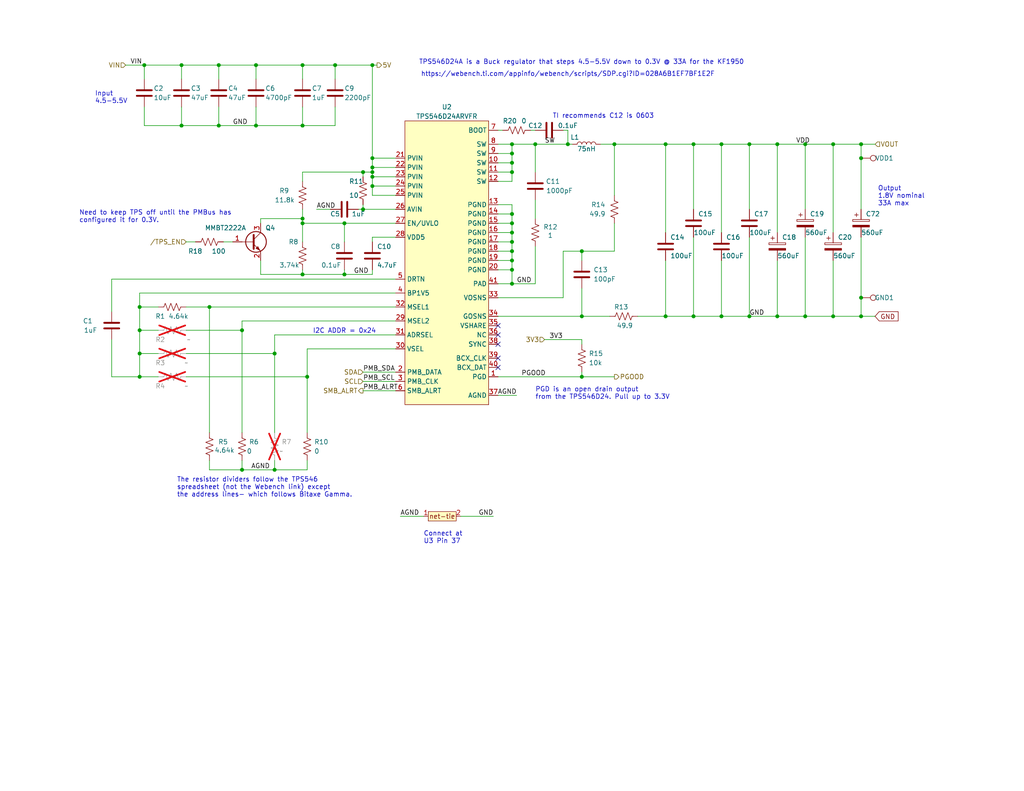
<source format=kicad_sch>
(kicad_sch (version 20250114) (generator "eeschema") (generator_version "9.0")
  (paper "A")
  (title_block (title "bitaxeGamma") (date "2024-09-26") (rev "601"))
  (lib_symbols
    (symbol "Connector:TestPoint" (pin_numbers (hide yes)) (pin_names (offset 0.762) (hide yes))
      (property "Reference" "TP" (at 0 6.858 0))
      (property "Value" "TestPoint" (at 0 5.08 0))
      (symbol "TestPoint_0_1"
        (circle (center 0 3.302) (radius 0.762))
      )
      (symbol "TestPoint_1_1"
        (pin passive line (at 0 0 90) (length 2.54) (name "1") (number "1"))
      )
    )
    (symbol "Device:C" (pin_numbers (hide yes)) (pin_names (offset 0.254))
      (property "Reference" "C" (at 0.635 2.54 0))
      (property "Value" "C" (at 0.635 -2.54 0))
      (symbol "C_0_1"
        (polyline (pts (xy -2.032 0.762) (xy 2.032 0.762)) (stroke (width 0.508)))
        (polyline (pts (xy -2.032 -0.762) (xy 2.032 -0.762)) (stroke (width 0.508)))
      )
      (symbol "C_1_1"
        (pin passive line (at 0 3.81 270) (length 2.794) (name "~") (number "1"))
        (pin passive line (at 0 -3.81 90) (length 2.794) (name "~") (number "2"))
      )
    )
    (symbol "Device:C_Polarized" (pin_numbers (hide yes)) (pin_names (offset 0.254))
      (property "Reference" "C" (at 0.635 2.54 0))
      (property "Value" "C_Polarized" (at 0.635 -2.54 0))
      (symbol "C_Polarized_0_1"
        (rectangle (start -2.286 0.508) (end 2.286 1.016))
        (polyline (pts (xy -1.778 2.286) (xy -0.762 2.286)))
        (polyline (pts (xy -1.27 2.794) (xy -1.27 1.778)))
        (rectangle (start 2.286 -0.508) (end -2.286 -1.016) (fill (type outline)))
      )
      (symbol "C_Polarized_1_1"
        (pin passive line (at 0 3.81 270) (length 2.794) (name "~") (number "1"))
        (pin passive line (at 0 -3.81 90) (length 2.794) (name "~") (number "2"))
      )
    )
    (symbol "Device:L" (pin_numbers (hide yes)) (pin_names (offset 1.016) (hide yes))
      (property "Reference" "L" (at -1.27 0 90))
      (property "Value" "L" (at 1.905 0 90))
      (symbol "L_0_1"
        (arc (start 0 2.54) (mid 0.6323 1.905) (end 0 1.27))
        (arc (start 0 1.27) (mid 0.6323 0.635) (end 0 0))
        (arc (start 0 0) (mid 0.6323 -0.635) (end 0 -1.27))
        (arc (start 0 -1.27) (mid 0.6323 -1.905) (end 0 -2.54))
      )
      (symbol "L_1_1"
        (pin passive line (at 0 3.81 270) (length 1.27) (name "1") (number "1"))
        (pin passive line (at 0 -3.81 90) (length 1.27) (name "2") (number "2"))
      )
    )
    (symbol "Device:R_US" (pin_numbers (hide yes)) (pin_names (offset 0))
      (property "Reference" "R" (at 2.54 0 90))
      (property "Value" "R_US" (at -2.54 0 90))
      (symbol "R_US_0_1"
        (polyline (pts (xy 0 2.286) (xy 0 2.54)))
        (polyline (pts (xy 0 2.286) (xy 1.016 1.905) (xy 0 1.524) (xy -1.016 1.143) (xy 0 0.762)))
        (polyline (pts (xy 0 0.762) (xy 1.016 0.381) (xy 0 0) (xy -1.016 -0.381) (xy 0 -0.762)))
        (polyline (pts (xy 0 -0.762) (xy 1.016 -1.143) (xy 0 -1.524) (xy -1.016 -1.905) (xy 0 -2.286)))
        (polyline (pts (xy 0 -2.286) (xy 0 -2.54)))
      )
      (symbol "R_US_1_1"
        (pin passive line (at 0 3.81 270) (length 1.27) (name "~") (number "1"))
        (pin passive line (at 0 -3.81 90) (length 1.27) (name "~") (number "2"))
      )
    )
    (symbol "Transistor_BJT:MMBT2222A" (pin_names (offset 0) (hide yes))
      (property "Reference" "Q" (at 5.08 1.905 0))
      (property "Value" "MMBT2222A" (at 5.08 0 0))
      (symbol "MMBT2222A_0_1"
        (polyline (pts (xy -2.54 0) (xy 0.635 0)))
        (polyline (pts (xy 0.635 1.905) (xy 0.635 -1.905)) (stroke (width 0.508)))
        (circle (center 1.27 0) (radius 2.8194) (stroke (width 0.254)))
      )
      (symbol "MMBT2222A_1_1"
        (polyline (pts (xy 0.635 0.635) (xy 2.54 2.54)))
        (polyline (pts (xy 0.635 -0.635) (xy 2.54 -2.54)))
        (polyline (pts (xy 1.27 -1.778) (xy 1.778 -1.27) (xy 2.286 -2.286) (xy 1.27 -1.778)) (fill (type outline)))
        (pin input line (at -5.08 0 0) (length 2.54) (name "B") (number "1"))
        (pin passive line (at 2.54 5.08 270) (length 2.54) (name "C") (number "3"))
        (pin passive line (at 2.54 -5.08 90) (length 2.54) (name "E") (number "2"))
      )
    )
    (symbol "bitaxe:TPS546D24"
      (property "Reference" "U10" (at 0 45.72 0))
      (property "Value" "TPS546D24ARVFR" (at 0 43.18 0))
      (symbol "TPS546D24_0_1"
        (rectangle (start -11.43 41.91) (end 11.43 -35.56) (stroke (width 0.1524)) (fill (type background)))
      )
      (symbol "TPS546D24_1_1"
        (pin input line (at -13.97 31.75 0) (length 2.54) (name "PVIN") (number "21"))
        (pin input line (at -13.97 29.21 0) (length 2.54) (name "PVIN") (number "22"))
        (pin input line (at -13.97 26.67 0) (length 2.54) (name "PVIN") (number "23"))
        (pin input line (at -13.97 24.13 0) (length 2.54) (name "PVIN") (number "24"))
        (pin input line (at -13.97 21.59 0) (length 2.54) (name "PVIN") (number "25"))
        (pin input line (at -13.97 17.78 0) (length 2.54) (name "AVIN") (number "26"))
        (pin input line (at -13.97 13.97 0) (length 2.54) (name "EN/UVLO") (number "27"))
        (pin output line (at -13.97 10.16 0) (length 2.54) (name "VDD5") (number "28"))
        (pin input line (at -13.97 -1.27 0) (length 2.54) (name "DRTN") (number "5"))
        (pin input line (at -13.97 -5.08 0) (length 2.54) (name "BP1V5") (number "4"))
        (pin input line (at -13.97 -8.89 0) (length 2.54) (name "MSEL1") (number "32"))
        (pin input line (at -13.97 -12.7 0) (length 2.54) (name "MSEL2") (number "29"))
        (pin input line (at -13.97 -16.51 0) (length 2.54) (name "ADRSEL") (number "31"))
        (pin input line (at -13.97 -20.32 0) (length 2.54) (name "VSEL") (number "30"))
        (pin input line (at -13.97 -26.67 0) (length 2.54) (name "PMB_DATA") (number "2"))
        (pin input line (at -13.97 -29.21 0) (length 2.54) (name "PMB_CLK") (number "3"))
        (pin input line (at -13.97 -31.75 0) (length 2.54) (name "SMB_ALRT") (number "6"))
        (pin input line (at 13.97 39.37 180) (length 2.54) (name "BOOT") (number "7"))
        (pin output line (at 13.97 35.56 180) (length 2.54) (name "SW") (number "8"))
        (pin power_in line (at 13.97 33.02 180) (length 2.54) (name "SW") (number "9"))
        (pin power_in line (at 13.97 30.48 180) (length 2.54) (name "SW") (number "10"))
        (pin output line (at 13.97 27.94 180) (length 2.54) (name "SW") (number "11"))
        (pin power_out line (at 13.97 25.4 180) (length 2.54) (name "SW") (number "12"))
        (pin output line (at 13.97 19.05 180) (length 2.54) (name "PGND") (number "13"))
        (pin output line (at 13.97 16.51 180) (length 2.54) (name "PGND") (number "14"))
        (pin input line (at 13.97 13.97 180) (length 2.54) (name "PGND") (number "15"))
        (pin input line (at 13.97 11.43 180) (length 2.54) (name "PGND") (number "16"))
        (pin power_in line (at 13.97 8.89 180) (length 2.54) (name "PGND") (number "17"))
        (pin input line (at 13.97 6.35 180) (length 2.54) (name "PGND") (number "18"))
        (pin input line (at 13.97 3.81 180) (length 2.54) (name "PGND") (number "19"))
        (pin power_in line (at 13.97 1.27 180) (length 2.54) (name "PGND") (number "20"))
        (pin power_in line (at 13.97 -2.54 180) (length 2.54) (name "PAD") (number "41"))
        (pin output line (at 13.97 -6.35 180) (length 2.54) (name "VOSNS") (number "33"))
        (pin output line (at 13.97 -11.43 180) (length 2.54) (name "GOSNS") (number "34"))
        (pin input line (at 13.97 -13.97 180) (length 2.54) (name "VSHARE") (number "35"))
        (pin input line (at 13.97 -16.51 180) (length 2.54) (name "NC") (number "36"))
        (pin input line (at 13.97 -19.05 180) (length 2.54) (name "SYNC") (number "38"))
        (pin input line (at 13.97 -22.86 180) (length 2.54) (name "BCX_CLK") (number "39"))
        (pin input line (at 13.97 -25.4 180) (length 2.54) (name "BCX_DAT") (number "40"))
        (pin input line (at 13.97 -27.94 180) (length 2.54) (name "PGD") (number "1"))
        (pin power_in line (at 13.97 -33.02 180) (length 2.54) (name "AGND") (number "37"))
      )
    )
    (symbol "bitaxe:net-tie"
      (symbol "net-tie_0_1"
        (rectangle (start -3.81 1.27) (end 3.81 -1.27) (stroke (width 0.1524)) (fill (type background)))
      )
      (symbol "net-tie_1_0"
        (pin bidirectional line (at -5.08 0 0) (length 1.27) (name "") (number "1"))
        (pin bidirectional line (at 5.08 0 180) (length 1.27) (name "") (number "2"))
      )
      (symbol "net-tie_1_1"
        (text "net-tie" (at 0 0 0) (effects (font (size 1.27 1.27))))
      )
    )
  )
  (text "Input \n4.5-5.5V" (at 25.908 28.448 0) (effects (font (size 1.27 1.27)) (justify left bottom)))
  (text "https://webench.ti.com/appinfo/webench/scripts/SDP.cgi?ID=028A6B1EF7BF1E2F" (at 154.94 20.32 0) (effects (font (size 1.27 1.27))))
  (text "Need to keep TPS off until the PMBus has \nconfigured it for 0.3V." (at 21.59 60.96 0) (effects (font (size 1.27 1.27)) (justify left bottom)))
  (text "The resistor dividers follow the TPS546 \nspreadsheet (not the Webench link) except \nthe address lines- which follows Bitaxe Gamma." (at 48.26 135.89 0) (effects (font (size 1.27 1.27)) (justify left bottom)))
  (text "PGD is an open drain output\nfrom the TPS546D24. Pull up to 3.3V" (at 146.05 109.22 0) (effects (font (size 1.27 1.27)) (justify left bottom)))
  (text "I2C ADDR = 0x24" (at 85.344 91.186 0) (effects (font (size 1.27 1.27)) (justify left bottom)))
  (text "TPS546D24A is a Buck regulator that steps 4.5-5.5V down to 0.3V @ 33A for the KF1950" (at 114.3 17.78 0) (effects (font (size 1.27 1.27)) (justify left bottom)))
  (text "TI recommends C12 is 0603 " (at 165.1 31.75 0) (effects (font (size 1.27 1.27))))
  (text "Output \n1.8V nominal\n33A max" (at 239.522 56.388 0) (effects (font (size 1.27 1.27)) (justify left bottom)))
  (text "Connect at\nU3 Pin 37" (at 115.57 148.59 0) (effects (font (size 1.27 1.27)) (justify left bottom)))
  (junction (at 66.04 90.17))
  (junction (at 59.69 17.78))
  (junction (at 139.7 46.99))
  (junction (at 146.05 39.37))
  (junction (at 181.61 39.37))
  (junction (at 38.1 96.52))
  (junction (at 154.94 39.37))
  (junction (at 82.55 17.78))
  (junction (at 49.53 17.78))
  (junction (at 39.37 17.78))
  (junction (at 101.6 45.72))
  (junction (at 196.85 39.37))
  (junction (at 234.95 39.37))
  (junction (at 91.44 17.78))
  (junction (at 69.85 34.29))
  (junction (at 99.06 46.99))
  (junction (at 49.53 34.29))
  (junction (at 82.55 60.96))
  (junction (at 83.82 102.87))
  (junction (at 57.15 83.82))
  (junction (at 196.85 86.36))
  (junction (at 101.6 43.18))
  (junction (at 38.1 102.87))
  (junction (at 74.93 128.27))
  (junction (at 189.23 86.36))
  (junction (at 139.7 63.5))
  (junction (at 139.7 58.42))
  (junction (at 101.6 46.99))
  (junction (at 158.75 68.58))
  (junction (at 82.55 59.69))
  (junction (at 101.6 48.26))
  (junction (at 139.7 41.91))
  (junction (at 227.33 86.36))
  (junction (at 139.7 66.04))
  (junction (at 234.95 43.18))
  (junction (at 219.71 86.36))
  (junction (at 139.7 60.96))
  (junction (at 219.71 39.37))
  (junction (at 212.09 39.37))
  (junction (at 82.55 74.93))
  (junction (at 234.95 86.36))
  (junction (at 227.33 39.37))
  (junction (at 234.95 81.28))
  (junction (at 139.7 44.45))
  (junction (at 167.64 39.37))
  (junction (at 189.23 39.37))
  (junction (at 74.93 96.52))
  (junction (at 38.1 83.82))
  (junction (at 101.6 50.8))
  (junction (at 139.7 77.47))
  (junction (at 139.7 73.66))
  (junction (at 101.6 17.78))
  (junction (at 69.85 17.78))
  (junction (at 212.09 86.36))
  (junction (at 158.75 102.87))
  (junction (at 204.47 39.37))
  (junction (at 204.47 86.36))
  (junction (at 139.7 71.12))
  (junction (at 93.98 74.93))
  (junction (at 139.7 68.58))
  (junction (at 99.06 57.15))
  (junction (at 59.69 34.29))
  (junction (at 38.1 90.17))
  (junction (at 66.04 128.27))
  (junction (at 82.55 34.29))
  (junction (at 181.61 86.36))
  (junction (at 93.98 60.96))
  (junction (at 139.7 39.37))
  (junction (at 158.75 86.36))
  (no_connect (at 135.89 88.9))
  (no_connect (at 135.89 93.98))
  (no_connect (at 135.89 97.79))
  (no_connect (at 135.89 91.44))
  (no_connect (at 135.89 100.33))
  (wire (pts (xy 146.05 59.69) (xy 146.05 54.61)))
  (wire (pts (xy 139.7 41.91) (xy 139.7 39.37)))
  (wire (pts (xy 154.94 39.37) (xy 156.21 39.37)))
  (wire (pts (xy 99.06 48.26) (xy 99.06 46.99)))
  (wire (pts (xy 139.7 73.66) (xy 139.7 77.47)))
  (wire (pts (xy 99.06 55.88) (xy 99.06 57.15)))
  (wire (pts (xy 196.85 39.37) (xy 196.85 63.5)))
  (wire (pts (xy 101.6 43.18) (xy 107.95 43.18)))
  (wire (pts (xy 69.85 34.29) (xy 82.55 34.29)))
  (wire (pts (xy 227.33 71.12) (xy 227.33 86.36)))
  (wire (pts (xy 196.85 39.37) (xy 204.47 39.37)))
  (wire (pts (xy 101.6 46.99) (xy 101.6 45.72)))
  (wire (pts (xy 59.69 17.78) (xy 59.69 21.59)))
  (wire (pts (xy 167.64 39.37) (xy 181.61 39.37)))
  (wire (pts (xy 146.05 46.99) (xy 146.05 39.37)))
  (wire (pts (xy 189.23 86.36) (xy 196.85 86.36)))
  (wire (pts (xy 101.6 66.04) (xy 101.6 64.77)))
  (wire (pts (xy 66.04 87.63) (xy 66.04 90.17)))
  (wire (pts (xy 139.7 58.42) (xy 139.7 60.96)))
  (wire (pts (xy 66.04 128.27) (xy 74.93 128.27)))
  (wire (pts (xy 181.61 86.36) (xy 189.23 86.36)))
  (wire (pts (xy 82.55 73.66) (xy 82.55 74.93)))
  (wire (pts (xy 69.85 29.21) (xy 69.85 34.29)))
  (wire (pts (xy 49.53 34.29) (xy 59.69 34.29)))
  (wire (pts (xy 212.09 71.12) (xy 212.09 86.36)))
  (wire (pts (xy 135.89 102.87) (xy 158.75 102.87)))
  (wire (pts (xy 212.09 39.37) (xy 219.71 39.37)))
  (wire (pts (xy 82.55 49.53) (xy 82.55 46.99)))
  (wire (pts (xy 144.78 35.56) (xy 146.05 35.56)))
  (wire (pts (xy 38.1 90.17) (xy 43.18 90.17)))
  (wire (pts (xy 135.89 58.42) (xy 139.7 58.42)))
  (wire (pts (xy 204.47 86.36) (xy 212.09 86.36)))
  (wire (pts (xy 39.37 17.78) (xy 49.53 17.78)))
  (wire (pts (xy 158.75 68.58) (xy 158.75 71.12)))
  (wire (pts (xy 83.82 102.87) (xy 83.82 118.11)))
  (wire (pts (xy 49.53 17.78) (xy 59.69 17.78)))
  (wire (pts (xy 99.06 57.15) (xy 107.95 57.15)))
  (wire (pts (xy 234.95 43.18) (xy 234.95 57.15)))
  (wire (pts (xy 93.98 60.96) (xy 107.95 60.96)))
  (wire (pts (xy 93.98 73.66) (xy 93.98 74.93)))
  (wire (pts (xy 139.7 49.53) (xy 139.7 46.99)))
  (wire (pts (xy 101.6 46.99) (xy 101.6 48.26)))
  (wire (pts (xy 101.6 50.8) (xy 101.6 53.34)))
  (wire (pts (xy 82.55 74.93) (xy 93.98 74.93)))
  (wire (pts (xy 101.6 17.78) (xy 91.44 17.78)))
  (wire (pts (xy 135.89 107.95) (xy 140.97 107.95)))
  (wire (pts (xy 34.29 17.78) (xy 39.37 17.78)))
  (wire (pts (xy 101.6 43.18) (xy 101.6 45.72)))
  (wire (pts (xy 38.1 90.17) (xy 38.1 96.52)))
  (wire (pts (xy 219.71 57.15) (xy 219.71 39.37)))
  (wire (pts (xy 49.53 17.78) (xy 49.53 21.59)))
  (wire (pts (xy 204.47 64.77) (xy 204.47 86.36)))
  (wire (pts (xy 154.94 35.56) (xy 154.94 39.37)))
  (wire (pts (xy 99.06 46.99) (xy 101.6 46.99)))
  (wire (pts (xy 38.1 102.87) (xy 43.18 102.87)))
  (wire (pts (xy 50.8 66.04) (xy 53.34 66.04)))
  (wire (pts (xy 139.7 44.45) (xy 139.7 41.91)))
  (wire (pts (xy 82.55 60.96) (xy 82.55 66.04)))
  (wire (pts (xy 83.82 125.73) (xy 83.82 128.27)))
  (wire (pts (xy 212.09 39.37) (xy 212.09 63.5)))
  (wire (pts (xy 167.64 60.96) (xy 167.64 68.58)))
  (wire (pts (xy 71.12 59.69) (xy 82.55 59.69)))
  (wire (pts (xy 38.1 96.52) (xy 38.1 102.87)))
  (wire (pts (xy 83.82 95.25) (xy 83.82 102.87)))
  (wire (pts (xy 59.69 34.29) (xy 69.85 34.29)))
  (wire (pts (xy 181.61 39.37) (xy 189.23 39.37)))
  (wire (pts (xy 82.55 17.78) (xy 82.55 21.59)))
  (wire (pts (xy 135.89 81.28) (xy 153.67 81.28)))
  (wire (pts (xy 158.75 68.58) (xy 167.64 68.58)))
  (wire (pts (xy 139.7 71.12) (xy 139.7 73.66)))
  (wire (pts (xy 38.1 96.52) (xy 43.18 96.52)))
  (wire (pts (xy 135.89 46.99) (xy 139.7 46.99)))
  (wire (pts (xy 50.8 83.82) (xy 57.15 83.82)))
  (wire (pts (xy 99.06 101.6) (xy 107.95 101.6)))
  (wire (pts (xy 82.55 17.78) (xy 91.44 17.78)))
  (wire (pts (xy 158.75 86.36) (xy 166.37 86.36)))
  (wire (pts (xy 101.6 48.26) (xy 101.6 50.8)))
  (wire (pts (xy 139.7 63.5) (xy 139.7 66.04)))
  (wire (pts (xy 158.75 101.6) (xy 158.75 102.87)))
  (wire (pts (xy 196.85 86.36) (xy 204.47 86.36)))
  (wire (pts (xy 93.98 66.04) (xy 93.98 60.96)))
  (wire (pts (xy 158.75 78.74) (xy 158.75 86.36)))
  (wire (pts (xy 50.8 96.52) (xy 74.93 96.52)))
  (wire (pts (xy 204.47 39.37) (xy 204.47 57.15)))
  (wire (pts (xy 39.37 21.59) (xy 39.37 17.78)))
  (wire (pts (xy 139.7 55.88) (xy 139.7 58.42)))
  (wire (pts (xy 82.55 57.15) (xy 82.55 59.69)))
  (wire (pts (xy 139.7 73.66) (xy 135.89 73.66)))
  (wire (pts (xy 101.6 45.72) (xy 107.95 45.72)))
  (wire (pts (xy 135.89 86.36) (xy 158.75 86.36)))
  (wire (pts (xy 101.6 50.8) (xy 107.95 50.8)))
  (wire (pts (xy 107.95 80.01) (xy 38.1 80.01)))
  (wire (pts (xy 69.85 17.78) (xy 69.85 21.59)))
  (wire (pts (xy 212.09 86.36) (xy 219.71 86.36)))
  (wire (pts (xy 139.7 39.37) (xy 146.05 39.37)))
  (wire (pts (xy 66.04 125.73) (xy 66.04 128.27)))
  (wire (pts (xy 219.71 64.77) (xy 219.71 86.36)))
  (wire (pts (xy 139.7 39.37) (xy 135.89 39.37)))
  (wire (pts (xy 74.93 128.27) (xy 83.82 128.27)))
  (wire (pts (xy 99.06 104.14) (xy 107.95 104.14)))
  (wire (pts (xy 135.89 66.04) (xy 139.7 66.04)))
  (wire (pts (xy 101.6 73.66) (xy 101.6 74.93)))
  (wire (pts (xy 101.6 48.26) (xy 107.95 48.26)))
  (wire (pts (xy 234.95 64.77) (xy 234.95 81.28)))
  (wire (pts (xy 90.17 57.15) (xy 86.36 57.15)))
  (wire (pts (xy 57.15 128.27) (xy 66.04 128.27)))
  (wire (pts (xy 234.95 86.36) (xy 238.76 86.36)))
  (wire (pts (xy 91.44 17.78) (xy 91.44 21.59)))
  (wire (pts (xy 71.12 74.93) (xy 82.55 74.93)))
  (wire (pts (xy 57.15 125.73) (xy 57.15 128.27)))
  (wire (pts (xy 234.95 39.37) (xy 234.95 43.18)))
  (wire (pts (xy 69.85 17.78) (xy 82.55 17.78)))
  (wire (pts (xy 30.48 76.2) (xy 107.95 76.2)))
  (wire (pts (xy 135.89 71.12) (xy 139.7 71.12)))
  (wire (pts (xy 38.1 83.82) (xy 43.18 83.82)))
  (wire (pts (xy 135.89 68.58) (xy 139.7 68.58)))
  (wire (pts (xy 139.7 68.58) (xy 139.7 71.12)))
  (wire (pts (xy 204.47 39.37) (xy 212.09 39.37)))
  (wire (pts (xy 181.61 71.12) (xy 181.61 86.36)))
  (wire (pts (xy 163.83 39.37) (xy 167.64 39.37)))
  (wire (pts (xy 219.71 86.36) (xy 227.33 86.36)))
  (wire (pts (xy 139.7 46.99) (xy 139.7 44.45)))
  (wire (pts (xy 93.98 74.93) (xy 101.6 74.93)))
  (wire (pts (xy 50.8 102.87) (xy 83.82 102.87)))
  (wire (pts (xy 153.67 35.56) (xy 154.94 35.56)))
  (wire (pts (xy 49.53 29.21) (xy 49.53 34.29)))
  (wire (pts (xy 125.73 140.97) (xy 134.62 140.97)))
  (wire (pts (xy 97.79 57.15) (xy 99.06 57.15)))
  (wire (pts (xy 101.6 64.77) (xy 107.95 64.77)))
  (wire (pts (xy 101.6 17.78) (xy 102.87 17.78)))
  (wire (pts (xy 30.48 92.71) (xy 30.48 102.87)))
  (wire (pts (xy 39.37 29.21) (xy 39.37 34.29)))
  (wire (pts (xy 153.67 81.28) (xy 153.67 68.58)))
  (wire (pts (xy 146.05 77.47) (xy 139.7 77.47)))
  (wire (pts (xy 91.44 34.29) (xy 91.44 29.21)))
  (wire (pts (xy 173.99 86.36) (xy 181.61 86.36)))
  (wire (pts (xy 101.6 17.78) (xy 101.6 43.18)))
  (wire (pts (xy 74.93 91.44) (xy 74.93 96.52)))
  (wire (pts (xy 146.05 67.31) (xy 146.05 77.47)))
  (wire (pts (xy 146.05 39.37) (xy 154.94 39.37)))
  (wire (pts (xy 57.15 83.82) (xy 107.95 83.82)))
  (wire (pts (xy 135.89 63.5) (xy 139.7 63.5)))
  (wire (pts (xy 158.75 102.87) (xy 167.64 102.87)))
  (wire (pts (xy 181.61 39.37) (xy 181.61 63.5)))
  (wire (pts (xy 234.95 39.37) (xy 238.76 39.37)))
  (wire (pts (xy 38.1 83.82) (xy 38.1 90.17)))
  (wire (pts (xy 60.96 66.04) (xy 63.5 66.04)))
  (wire (pts (xy 135.89 44.45) (xy 139.7 44.45)))
  (wire (pts (xy 167.64 39.37) (xy 167.64 53.34)))
  (wire (pts (xy 135.89 60.96) (xy 139.7 60.96)))
  (wire (pts (xy 196.85 71.12) (xy 196.85 86.36)))
  (wire (pts (xy 135.89 35.56) (xy 137.16 35.56)))
  (wire (pts (xy 219.71 39.37) (xy 227.33 39.37)))
  (wire (pts (xy 158.75 93.98) (xy 158.75 92.71)))
  (wire (pts (xy 30.48 85.09) (xy 30.48 76.2)))
  (wire (pts (xy 38.1 80.01) (xy 38.1 83.82)))
  (wire (pts (xy 189.23 64.77) (xy 189.23 86.36)))
  (wire (pts (xy 66.04 90.17) (xy 66.04 118.11)))
  (wire (pts (xy 74.93 91.44) (xy 107.95 91.44)))
  (wire (pts (xy 189.23 39.37) (xy 196.85 39.37)))
  (wire (pts (xy 59.69 29.21) (xy 59.69 34.29)))
  (wire (pts (xy 82.55 46.99) (xy 99.06 46.99)))
  (wire (pts (xy 82.55 60.96) (xy 93.98 60.96)))
  (wire (pts (xy 135.89 41.91) (xy 139.7 41.91)))
  (wire (pts (xy 148.59 92.71) (xy 158.75 92.71)))
  (wire (pts (xy 66.04 87.63) (xy 107.95 87.63)))
  (wire (pts (xy 71.12 74.93) (xy 71.12 71.12)))
  (wire (pts (xy 82.55 59.69) (xy 82.55 60.96)))
  (wire (pts (xy 107.95 53.34) (xy 101.6 53.34)))
  (wire (pts (xy 227.33 86.36) (xy 234.95 86.36)))
  (wire (pts (xy 139.7 60.96) (xy 139.7 63.5)))
  (wire (pts (xy 83.82 95.25) (xy 107.95 95.25)))
  (wire (pts (xy 57.15 83.82) (xy 57.15 118.11)))
  (wire (pts (xy 59.69 17.78) (xy 69.85 17.78)))
  (wire (pts (xy 82.55 34.29) (xy 91.44 34.29)))
  (wire (pts (xy 74.93 96.52) (xy 74.93 118.11)))
  (wire (pts (xy 82.55 29.21) (xy 82.55 34.29)))
  (wire (pts (xy 39.37 34.29) (xy 49.53 34.29)))
  (wire (pts (xy 227.33 39.37) (xy 234.95 39.37)))
  (wire (pts (xy 30.48 102.87) (xy 38.1 102.87)))
  (wire (pts (xy 135.89 55.88) (xy 139.7 55.88)))
  (wire (pts (xy 71.12 59.69) (xy 71.12 60.96)))
  (wire (pts (xy 109.22 140.97) (xy 115.57 140.97)))
  (wire (pts (xy 139.7 66.04) (xy 139.7 68.58)))
  (wire (pts (xy 74.93 125.73) (xy 74.93 128.27)))
  (wire (pts (xy 227.33 39.37) (xy 227.33 63.5)))
  (wire (pts (xy 153.67 68.58) (xy 158.75 68.58)))
  (wire (pts (xy 135.89 49.53) (xy 139.7 49.53)))
  (wire (pts (xy 99.06 106.68) (xy 107.95 106.68)))
  (wire (pts (xy 189.23 39.37) (xy 189.23 57.15)))
  (wire (pts (xy 50.8 90.17) (xy 66.04 90.17)))
  (wire (pts (xy 234.95 81.28) (xy 234.95 86.36)))
  (wire (pts (xy 135.89 77.47) (xy 139.7 77.47)))
  (label "GND" (at 134.62 140.97 180))
  (label "PMB_SDA" (at 99.06 101.6 0))
  (label "AGND" (at 140.97 107.95 180))
  (label "GND" (at 96.52 74.93 0))
  (label "SW" (at 148.59 39.37 0))
  (label "GND" (at 140.97 77.47 0))
  (label "PMB_SCL" (at 99.06 104.14 0))
  (label "AGND" (at 73.66 128.27 180))
  (label "AGND" (at 86.36 57.15 0))
  (label "GND" (at 204.47 86.36 0))
  (label "PMB_ALRT" (at 99.06 106.68 0))
  (label "PGOOD" (at 142.24 102.87 0))
  (label "GND" (at 63.5 34.29 0))
  (label "AGND" (at 109.22 140.97 0))
  (label "VIN" (at 35.56 17.78 0))
  (label "VDD" (at 217.17 39.37 0))
  (label "3V3" (at 149.86 92.71 0))
  (global_label "GND" (shape input) (at 238.76 86.36 0) (property "Intersheetrefs" "${INTERSHEET_REFS}" (effects (hide yes))))
  (hierarchical_label "VOUT" (shape input) (at 238.76 39.37 0))
  (hierarchical_label "SMB_ALRT" (shape output) (at 99.06 106.68 180))
  (hierarchical_label "3V3" (shape input) (at 148.59 92.71 180))
  (hierarchical_label "SCL" (shape input) (at 99.06 104.14 180))
  (hierarchical_label "PGOOD" (shape output) (at 167.64 102.87 0))
  (hierarchical_label "SDA" (shape input) (at 99.06 101.6 180))
  (hierarchical_label "5V" (shape output) (at 102.87 17.78 0))
  (hierarchical_label "VIN" (shape input) (at 34.29 17.78 180))
  (hierarchical_label "{slash}TPS_EN" (shape input) (at 50.8 66.04 180))
  (symbol (lib_id "Device:C") (at 39.37 25.4 0) (unit 1)
    (property "Reference" "C2" (at 41.91 24.13 0) (effects (justify left)))
    (property "Value" "10uF" (at 41.91 26.67 0) (effects (justify left)))
    (property "Footprint" "Capacitor_SMD:C_0805_2012Metric" (effects (hide yes)))
    (property "Description" "Unpolarized capacitor" (effects (hide yes)))
    (property "DK" "1276-1096-1-ND" (effects (hide yes)))
    (property "PARTNO" "CL21A106KOQNNNE" (effects (hide yes)))
  )
  (symbol (lib_id "Device:R_US") (at 167.64 57.15 0) (unit 1)
    (property "Reference" "R14" (at 161.29 55.88 0) (effects (justify left)))
    (property "Value" "49.9" (at 160.782 58.42 0) (effects (justify left)))
    (property "Footprint" "Resistor_SMD:R_0402_1005Metric" (effects (hide yes)))
    (property "Description" "Resistor, US symbol" (effects (hide yes)))
    (property "DK" "311-49.9LRCT-ND" (effects (hide yes)))
    (property "PARTNO" "RC0402FR-0749R9L" (effects (hide yes)))
  )
  (symbol (lib_id "Device:C") (at 101.6 69.85 0) (unit 1)
    (property "Reference" "C10" (at 102.87 67.31 0) (effects (justify left)))
    (property "Value" "4.7uF" (at 102.87 72.39 0) (effects (justify left)))
    (property "Footprint" "Capacitor_SMD:C_0402_1005Metric" (effects (hide yes)))
    (property "Description" "Unpolarized capacitor" (effects (hide yes)))
    (property "DK" "490-14306-1-ND" (effects (hide yes)))
    (property "PARTNO" "GRM155R61A475MEAAD" (effects (hide yes)))
  )
  (symbol (lib_id "Connector:TestPoint") (at 234.95 81.28 270) (mirror x) (unit 1) (in_bom no)
    (property "Reference" "GND1" (at 241.3 81.28 90))
    (property "Value" "TestPoint" (effects (hide yes)))
    (property "Footprint" "TestPoint:TestPoint_Pad_D1.5mm" (effects (hide yes)))
    (property "Description" "test point" (effects (hide yes)))
  )
  (symbol (lib_id "Device:C") (at 30.48 88.9 0) (unit 1)
    (property "Reference" "C1" (at 22.606 87.63 0) (effects (justify left)))
    (property "Value" "1uF" (at 22.86 90.17 0) (effects (justify left)))
    (property "Footprint" "Capacitor_SMD:C_0402_1005Metric" (effects (hide yes)))
    (property "Description" "Unpolarized capacitor" (effects (hide yes)))
    (property "DK" "587-5514-1-ND" (effects (hide yes)))
    (property "PARTNO" "EMK105BJ105MV-F" (effects (hide yes)))
  )
  (symbol (lib_id "Device:R_US") (at 82.55 69.85 0) (unit 1)
    (property "Reference" "R8" (at 78.74 66.04 0) (effects (justify left)))
    (property "Value" "3.74k" (at 76.2 72.39 0) (effects (justify left)))
    (property "Footprint" "Resistor_SMD:R_0402_1005Metric" (effects (hide yes)))
    (property "Description" "Resistor, US symbol" (effects (hide yes)))
    (property "DK" "311-3.74KLRCT-ND" (effects (hide yes)))
    (property "PARTNO" "RC0402FR-073K74L" (effects (hide yes)))
  )
  (symbol (lib_id "Device:R_US") (at 83.82 121.92 0) (unit 1)
    (property "Reference" "R10" (at 85.725 120.65 0) (effects (justify left)))
    (property "Value" "0" (at 85.725 123.19 0) (effects (justify left)))
    (property "Footprint" "Resistor_SMD:R_0402_1005Metric" (effects (hide yes)))
    (property "Description" "Resistor, US symbol" (effects (hide yes)))
    (property "DK" "YAG3213CT-ND" (effects (hide yes)))
    (property "PARTNO" "RC0402FR-0768K1L" (effects (hide yes)))
  )
  (symbol (lib_id "Device:C") (at 158.75 74.93 0) (unit 1)
    (property "Reference" "C13" (at 161.925 73.66 0) (effects (justify left)))
    (property "Value" "100pF" (at 161.925 76.2 0) (effects (justify left)))
    (property "Footprint" "Capacitor_SMD:C_0402_1005Metric" (effects (hide yes)))
    (property "Description" "Unpolarized capacitor" (effects (hide yes)))
    (property "DK" "732-7431-1-ND" (effects (hide yes)))
    (property "PARTNO" "885012005013" (effects (hide yes)))
  )
  (symbol (lib_id "Device:L") (at 160.02 39.37 90) (unit 1)
    (property "Reference" "L1" (at 156.845 37.465 90))
    (property "Value" "75nH" (at 160.02 40.64 90))
    (property "Footprint" "bitaxe:SLC1049" (effects (hide yes)))
    (property "Datasheet" "https://www.coilcraft.com/getmedia/ef564b79-aee7-4fb3-aabd-a8bf1c568496/slc1049.pdf" (effects (hide yes)))
    (property "Description" "Inductor" (effects (hide yes)))
    (property "PARTNO" "SLC1049-750MLB" (effects (hide yes)))
  )
  (symbol (lib_id "Connector:TestPoint") (at 234.95 43.18 270) (mirror x) (unit 1) (in_bom no)
    (property "Reference" "VDD1" (at 241.3 43.18 90))
    (property "Value" "TestPoint" (effects (hide yes)))
    (property "Footprint" "TestPoint:TestPoint_Pad_D1.5mm" (effects (hide yes)))
    (property "Description" "test point" (effects (hide yes)))
  )
  (symbol (lib_id "Transistor_BJT:MMBT2222A") (at 68.58 66.04 0) (unit 1)
    (property "Reference" "Q4" (at 72.39 62.23 0) (effects (justify left)))
    (property "Value" "MMBT2222A" (at 55.88 62.23 0) (effects (justify left)))
    (property "Footprint" "Package_TO_SOT_SMD:SOT-23" (effects (hide yes)))
    (property "Datasheet" "https://assets.nexperia.com/documents/data-sheet/MMBT2222A.pdf" (effects (hide yes)))
    (property "Description" "600mA Ic, 40V Vce, NPN Transistor, SOT-23" (effects (hide yes)))
  )
  (symbol (lib_id "Device:C_Polarized") (at 212.09 67.31 0) (unit 1)
    (property "Reference" "C18" (at 213.36 64.77 0) (effects (justify left)))
    (property "Value" "560uF" (at 212.09 69.85 0) (effects (justify left)))
    (property "Footprint" "bitaxe:EEF-GX" (effects (hide yes)))
    (property "Datasheet" "https://industrial.panasonic.com/cdbs/www-data/pdf/ABE0000/ABE0000C61.pdf" (effects (hide yes)))
    (property "Description" "Polarized capacitor" (effects (hide yes)))
    (property "PARTNO" "EEF-GX0D561R" (effects (hide yes)))
  )
  (symbol (lib_id "Device:R_US") (at 57.15 66.04 90) (unit 1)
    (property "Reference" "R18" (at 55.245 68.58 90) (effects (justify left)))
    (property "Value" "100" (at 61.595 68.58 90) (effects (justify left)))
    (property "Footprint" "Resistor_SMD:R_0402_1005Metric" (effects (hide yes)))
    (property "Description" "Resistor, US symbol" (effects (hide yes)))
    (property "DK" "311-8.25KLRCT-ND" (effects (hide yes)))
    (property "PARTNO" "RC0402FR-078K25L" (effects (hide yes)))
  )
  (symbol (lib_id "Device:R_US") (at 140.97 35.56 270) (unit 1)
    (property "Reference" "R20" (at 137.16 33.02 90) (effects (justify left)))
    (property "Value" "0" (at 142.24 33.02 90) (effects (justify left)))
    (property "Footprint" "Resistor_SMD:R_0402_1005Metric" (effects (hide yes)))
    (property "Description" "Resistor, US symbol" (effects (hide yes)))
    (property "DK" "CSR1206FT1R00CT-ND" (effects (hide yes)))
    (property "PARTNO" "CSR1206FT1R00" (effects (hide yes)))
  )
  (symbol (lib_id "Device:C_Polarized") (at 227.33 67.31 0) (unit 1)
    (property "Reference" "C20" (at 228.6 64.77 0) (effects (justify left)))
    (property "Value" "560uF" (at 227.33 69.85 0) (effects (justify left)))
    (property "Footprint" "bitaxe:EEF-GX" (effects (hide yes)))
    (property "Datasheet" "https://industrial.panasonic.com/cdbs/www-data/pdf/ABE0000/ABE0000C61.pdf" (effects (hide yes)))
    (property "Description" "Polarized capacitor" (effects (hide yes)))
    (property "PARTNO" "EEF-GX0D561R" (effects (hide yes)))
  )
  (symbol (lib_id "Device:C") (at 82.55 25.4 0) (unit 1)
    (property "Reference" "C7" (at 85.09 24.13 0) (effects (justify left)))
    (property "Value" "1uF" (at 85.09 26.67 0) (effects (justify left)))
    (property "Footprint" "Capacitor_SMD:C_0402_1005Metric" (effects (hide yes)))
    (property "Description" "Unpolarized capacitor" (effects (hide yes)))
    (property "DK" "587-5514-1-ND" (effects (hide yes)))
    (property "PARTNO" "EMK105BJ105MV-F" (effects (hide yes)))
  )
  (symbol (lib_id "bitaxe:TPS546D24") (at 121.92 74.93 0) (unit 1)
    (property "Reference" "U2" (at 121.92 29.21 0))
    (property "Value" "TPS546D24ARVFR" (at 121.92 31.75 0))
    (property "Footprint" "bitaxe:LQFN40-CLIP" (effects (hide yes)))
    (property "Datasheet" "https://www.ti.com/lit/ds/symlink/tps546d24a.pdf" (effects (hide yes)))
    (property "DK" "296-TPS546D24ARVFRCT-ND" (effects (hide yes)))
    (property "PARTNO" "TPS546D24ARVFR" (effects (hide yes)))
  )
  (symbol (lib_id "Device:C") (at 146.05 50.8 180) (unit 1)
    (property "Reference" "C11" (at 150.876 49.53 0))
    (property "Value" "1000pF" (at 152.654 52.07 0))
    (property "Footprint" "Capacitor_SMD:C_0402_1005Metric" (effects (hide yes)))
    (property "Description" "Unpolarized capacitor" (effects (hide yes)))
    (property "DK" "311-1127-1-ND" (effects (hide yes)))
    (property "PARTNO" "CC0805KRX7R9BB102" (effects (hide yes)))
  )
  (symbol (lib_id "Device:C_Polarized") (at 234.95 60.96 0) (unit 1)
    (property "Reference" "C72" (at 236.22 58.42 0) (effects (justify left)))
    (property "Value" "560uF" (at 234.95 63.5 0) (effects (justify left)))
    (property "Footprint" "bitaxe:EEF-GX" (effects (hide yes)))
    (property "Datasheet" "https://industrial.panasonic.com/cdbs/www-data/pdf/ABE0000/ABE0000C61.pdf" (effects (hide yes)))
    (property "Description" "Polarized capacitor" (effects (hide yes)))
    (property "PARTNO" "EEF-GX0D561R" (effects (hide yes)))
  )
  (symbol (lib_id "Device:C") (at 59.69 25.4 0) (unit 1)
    (property "Reference" "C4" (at 62.23 24.13 0) (effects (justify left)))
    (property "Value" "47uF" (at 62.23 26.67 0) (effects (justify left)))
    (property "Footprint" "Capacitor_SMD:C_1210_3225Metric" (effects (hide yes)))
    (property "Description" "Unpolarized capacitor" (effects (hide yes)))
    (property "DK" "1276-3376-1-ND" (effects (hide yes)))
    (property "PARTNO" "CL32A476KOJNNNE" (effects (hide yes)))
  )
  (symbol (lib_id "Device:R_US") (at 57.15 121.92 180) (unit 1)
    (property "Reference" "R5" (at 62.23 120.65 0) (effects (justify left)))
    (property "Value" "4.64k" (at 64.008 122.936 0) (effects (justify left)))
    (property "Footprint" "Resistor_SMD:R_0402_1005Metric" (effects (hide yes)))
    (property "Description" "Resistor, US symbol" (effects (hide yes)))
    (property "DK" "YAG2984CT-ND" (effects (hide yes)))
    (property "PARTNO" "RC0402FR-0714K7L" (effects (hide yes)))
  )
  (symbol (lib_id "Device:C") (at 49.53 25.4 0) (unit 1)
    (property "Reference" "C3" (at 52.07 24.13 0) (effects (justify left)))
    (property "Value" "47uF" (at 52.07 26.67 0) (effects (justify left)))
    (property "Footprint" "Capacitor_SMD:C_1210_3225Metric" (effects (hide yes)))
    (property "Description" "Unpolarized capacitor" (effects (hide yes)))
    (property "DK" "1276-3376-1-ND" (effects (hide yes)))
    (property "PARTNO" "CL32A476KOJNNNE" (effects (hide yes)))
  )
  (symbol (lib_id "Device:R_US") (at 66.04 121.92 0) (unit 1)
    (property "Reference" "R6" (at 67.945 120.65 0) (effects (justify left)))
    (property "Value" "0" (at 67.31 123.19 0) (effects (justify left)))
    (property "Footprint" "Resistor_SMD:R_0402_1005Metric" (effects (hide yes)))
    (property "Description" "Resistor, US symbol" (effects (hide yes)))
    (property "DK" "311-0.0JRCT-ND" (effects (hide yes)))
    (property "PARTNO" "RC0402JR-070RL" (effects (hide yes)))
  )
  (symbol (lib_id "Device:C") (at 204.47 60.96 0) (unit 1)
    (property "Reference" "C17" (at 205.74 58.42 0) (effects (justify left)))
    (property "Value" "100uF" (at 204.47 63.5 0) (effects (justify left)))
    (property "Footprint" "Capacitor_SMD:C_1206_3216Metric" (effects (hide yes)))
    (property "Description" "Unpolarized capacitor" (effects (hide yes)))
  )
  (symbol (lib_id "Device:R_US") (at 46.99 96.52 90) (unit 1) (in_bom no) (dnp yes)
    (property "Reference" "R3" (at 45.085 99.06 90) (effects (justify left)))
    (property "Value" "~" (at 51.435 99.06 90) (effects (justify left)))
    (property "Footprint" "Resistor_SMD:R_0402_1005Metric" (effects (hide yes)))
    (property "Description" "Resistor, US symbol" (effects (hide yes)))
  )
  (symbol (lib_id "Device:R_US") (at 46.99 83.82 90) (unit 1)
    (property "Reference" "R1" (at 45.085 86.36 90) (effects (justify left)))
    (property "Value" "4.64k" (at 51.435 86.36 90) (effects (justify left)))
    (property "Footprint" "Resistor_SMD:R_0402_1005Metric" (effects (hide yes)))
    (property "Description" "Resistor, US symbol" (effects (hide yes)))
    (property "DK" "311-8.25KLRCT-ND" (effects (hide yes)))
    (property "PARTNO" "RC0402FR-078K25L" (effects (hide yes)))
  )
  (symbol (lib_id "bitaxe:net-tie") (at 120.65 140.97 0) (unit 1) (in_bom no)
    (property "Reference" "T1" (effects (hide yes)))
    (property "Value" "net-tie" (effects (hide yes)))
    (property "Footprint" "bitaxe:NetTie-0.25mm" (effects (hide yes)))
  )
  (symbol (lib_id "Device:C") (at 149.86 35.56 90) (unit 1)
    (property "Reference" "C12" (at 146.05 34.29 90))
    (property "Value" "0.1uF" (at 154.94 34.29 90))
    (property "Footprint" "Capacitor_SMD:C_0603_1608Metric" (effects (hide yes)))
    (property "Description" "Unpolarized capacitor" (effects (hide yes)))
    (property "DK" "1276-1234-1-ND" (effects (hide yes)))
    (property "PARTNO" "CL05A104KO5NNNC" (effects (hide yes)))
  )
  (symbol (lib_id "Device:R_US") (at 99.06 52.07 0) (unit 1)
    (property "Reference" "R11" (at 95.25 49.53 0) (effects (justify left)))
    (property "Value" "10" (at 95.25 53.34 0) (effects (justify left)))
    (property "Footprint" "Resistor_SMD:R_0402_1005Metric" (effects (hide yes)))
    (property "Description" "Resistor, US symbol" (effects (hide yes)))
    (property "DK" "311-10.0LRCT-ND" (effects (hide yes)))
    (property "PARTNO" "RC0402FR-0710RL" (effects (hide yes)))
  )
  (symbol (lib_id "Device:R_US") (at 158.75 97.79 180) (unit 1)
    (property "Reference" "R15" (at 160.655 96.52 0) (effects (justify right)))
    (property "Value" "10k" (at 160.655 99.06 0) (effects (justify right)))
    (property "Footprint" "Resistor_SMD:R_0402_1005Metric" (effects (hide yes)))
    (property "Description" "Resistor, US symbol" (effects (hide yes)))
    (property "DK" "311-10KJRCT-ND" (effects (hide yes)))
    (property "PARTNO" "RC0402JR-0710KL" (effects (hide yes)))
  )
  (symbol (lib_id "Device:C") (at 189.23 60.96 0) (unit 1)
    (property "Reference" "C15" (at 190.5 58.42 0) (effects (justify left)))
    (property "Value" "100uF" (at 189.23 63.5 0) (effects (justify left)))
    (property "Footprint" "Capacitor_SMD:C_1206_3216Metric" (effects (hide yes)))
    (property "Description" "Unpolarized capacitor" (effects (hide yes)))
  )
  (symbol (lib_id "Device:C") (at 93.98 57.15 270) (unit 1)
    (property "Reference" "C5" (at 91.44 58.42 90))
    (property "Value" "1uF" (at 97.79 58.42 90))
    (property "Footprint" "Capacitor_SMD:C_0402_1005Metric" (effects (hide yes)))
    (property "Description" "Unpolarized capacitor" (effects (hide yes)))
    (property "DK" "587-5514-1-ND" (effects (hide yes)))
    (property "PARTNO" "EMK105BJ105MV-F" (effects (hide yes)))
  )
  (symbol (lib_id "Device:C") (at 93.98 69.85 0) (unit 1)
    (property "Reference" "C8" (at 90.17 67.31 0) (effects (justify left)))
    (property "Value" "0.1uF" (at 87.63 72.39 0) (effects (justify left)))
    (property "Footprint" "Capacitor_SMD:C_0402_1005Metric" (effects (hide yes)))
    (property "Description" "Unpolarized capacitor" (effects (hide yes)))
    (property "DK" "1276-1234-1-ND" (effects (hide yes)))
    (property "PARTNO" "CL05A104KO5NNNC" (effects (hide yes)))
  )
  (symbol (lib_id "Device:C") (at 69.85 25.4 0) (unit 1)
    (property "Reference" "C6" (at 72.39 24.13 0) (effects (justify left)))
    (property "Value" "4700pF" (at 72.39 26.67 0) (effects (justify left)))
    (property "Footprint" "Capacitor_SMD:C_0402_1005Metric" (effects (hide yes)))
    (property "Description" "Unpolarized capacitor" (effects (hide yes)))
    (property "DK" "490-1309-1-ND" (effects (hide yes)))
    (property "PARTNO" "GRM155R71E472KA01D" (effects (hide yes)))
  )
  (symbol (lib_id "Device:C") (at 91.44 25.4 0) (unit 1)
    (property "Reference" "C9" (at 93.98 24.13 0) (effects (justify left)))
    (property "Value" "2200pF" (at 93.98 26.67 0) (effects (justify left)))
    (property "Footprint" "Capacitor_SMD:C_0402_1005Metric" (effects (hide yes)))
    (property "Description" "Unpolarized capacitor" (effects (hide yes)))
    (property "DK" "490-8257-1-ND" (effects (hide yes)))
    (property "PARTNO" "GRM155R61H222KA01D" (effects (hide yes)))
  )
  (symbol (lib_id "Device:R_US") (at 46.99 90.17 90) (unit 1) (in_bom no) (dnp yes)
    (property "Reference" "R2" (at 45.085 92.71 90) (effects (justify left)))
    (property "Value" "~" (at 52.07 92.71 90) (effects (justify left)))
    (property "Footprint" "Resistor_SMD:R_0402_1005Metric" (effects (hide yes)))
    (property "Description" "Resistor, US symbol" (effects (hide yes)))
  )
  (symbol (lib_id "Device:C") (at 181.61 67.31 0) (unit 1)
    (property "Reference" "C14" (at 182.88 64.77 0) (effects (justify left)))
    (property "Value" "100uF" (at 182.88 69.85 0) (effects (justify left)))
    (property "Footprint" "Capacitor_SMD:C_1206_3216Metric" (effects (hide yes)))
    (property "Description" "Unpolarized capacitor" (effects (hide yes)))
    (property "PARTNO" "GRM32EC80J107ME20L" (effects (hide yes)))
  )
  (symbol (lib_id "Device:C_Polarized") (at 219.71 60.96 0) (unit 1)
    (property "Reference" "C19" (at 220.98 58.42 0) (effects (justify left)))
    (property "Value" "560uF" (at 219.71 63.5 0) (effects (justify left)))
    (property "Footprint" "bitaxe:EEF-GX" (effects (hide yes)))
    (property "Datasheet" "https://industrial.panasonic.com/cdbs/www-data/pdf/ABE0000/ABE0000C61.pdf" (effects (hide yes)))
    (property "Description" "Polarized capacitor" (effects (hide yes)))
    (property "PARTNO" "EEF-GX0D561R" (effects (hide yes)))
  )
  (symbol (lib_id "Device:R_US") (at 74.93 121.92 0) (unit 1) (in_bom no) (dnp yes)
    (property "Reference" "R7" (at 76.835 120.65 0) (effects (justify left)))
    (property "Value" "~" (at 76.2 123.19 0) (effects (justify left)))
    (property "Footprint" "Resistor_SMD:R_0402_1005Metric" (effects (hide yes)))
    (property "Description" "Resistor, US symbol" (effects (hide yes)))
  )
  (symbol (lib_id "Device:C") (at 196.85 67.31 0) (unit 1)
    (property "Reference" "C16" (at 198.12 64.77 0) (effects (justify left)))
    (property "Value" "100uF" (at 196.85 69.85 0) (effects (justify left)))
    (property "Footprint" "Capacitor_SMD:C_1206_3216Metric" (effects (hide yes)))
    (property "Description" "Unpolarized capacitor" (effects (hide yes)))
  )
  (symbol (lib_id "Device:R_US") (at 146.05 63.5 180) (unit 1)
    (property "Reference" "R12" (at 152.146 61.976 0) (effects (justify left)))
    (property "Value" "1" (at 150.876 64.262 0) (effects (justify left)))
    (property "Footprint" "Resistor_SMD:R_1206_3216Metric" (effects (hide yes)))
    (property "Description" "Resistor, US symbol" (effects (hide yes)))
    (property "DK" "CSR1206FT1R00CT-ND" (effects (hide yes)))
    (property "PARTNO" "CSR1206FT1R00" (effects (hide yes)))
  )
  (symbol (lib_id "Device:R_US") (at 170.18 86.36 90) (unit 1)
    (property "Reference" "R13" (at 171.45 83.82 90) (effects (justify left)))
    (property "Value" "49.9" (at 172.72 88.9 90) (effects (justify left)))
    (property "Footprint" "Resistor_SMD:R_0402_1005Metric" (effects (hide yes)))
    (property "Description" "Resistor, US symbol" (effects (hide yes)))
    (property "DK" "311-49.9LRCT-ND" (effects (hide yes)))
    (property "PARTNO" "RC0402FR-0749R9L" (effects (hide yes)))
  )
  (symbol (lib_id "Device:R_US") (at 46.99 102.87 90) (unit 1) (in_bom no) (dnp yes)
    (property "Reference" "R4" (at 45.085 105.41 90) (effects (justify left)))
    (property "Value" "~" (at 51.435 105.41 90) (effects (justify left)))
    (property "Footprint" "Resistor_SMD:R_0402_1005Metric" (effects (hide yes)))
    (property "Description" "Resistor, US symbol" (effects (hide yes)))
  )
  (symbol (lib_id "Device:R_US") (at 82.55 53.34 0) (unit 1)
    (property "Reference" "R9" (at 76.2 52.07 0) (effects (justify left)))
    (property "Value" "11.8k" (at 74.93 54.61 0) (effects (justify left)))
    (property "Footprint" "Resistor_SMD:R_0402_1005Metric" (effects (hide yes)))
    (property "Description" "Resistor, US symbol" (effects (hide yes)))
    (property "DK" "YAG2958CT-ND" (effects (hide yes)))
    (property "PARTNO" "RC0402FR-0711K8L" (effects (hide yes)))
  )
)
</source>
